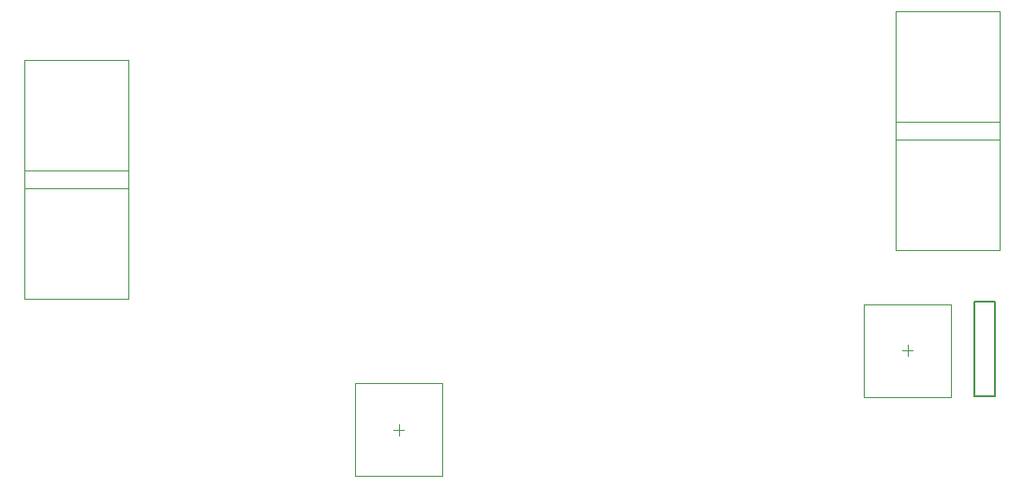
<source format=gbr>
%TF.GenerationSoftware,Altium Limited,Altium Designer,21.6.4 (81)*%
G04 Layer_Color=16711935*
%FSLAX43Y43*%
%MOMM*%
%TF.SameCoordinates,100B324C-8CEB-4A13-B8D1-7C84912F4746*%
%TF.FilePolarity,Positive*%
%TF.FileFunction,Other,Top_Courtyard*%
%TF.Part,Single*%
G01*
G75*
%TA.AperFunction,NonConductor*%
%ADD77C,0.200*%
%ADD154C,0.050*%
D77*
X87086Y8044D02*
Y16594D01*
X88986D01*
Y8044D02*
Y16594D01*
X87086Y8044D02*
X88986D01*
D154*
X31153Y819D02*
Y9219D01*
X39053D01*
Y819D02*
Y9219D01*
X31153Y819D02*
X39053D01*
X34603Y5019D02*
X35603D01*
X35103Y4519D02*
Y5519D01*
X81077Y11667D02*
Y12667D01*
X80577Y12167D02*
X81577D01*
X77127Y16367D02*
X85027D01*
X77127Y7967D02*
Y16367D01*
Y7967D02*
X85027D01*
Y16367D01*
X1300Y28471D02*
X10700D01*
X1300Y16871D02*
Y28471D01*
Y16871D02*
X10700D01*
Y28471D01*
X1300Y38475D02*
X10700D01*
X1300Y26875D02*
Y38475D01*
Y26875D02*
X10700D01*
Y38475D01*
X80034Y31197D02*
Y42797D01*
X89434D01*
Y31197D02*
Y42797D01*
X80034Y31197D02*
X89434D01*
X80034Y21215D02*
Y32815D01*
X89434D01*
Y21215D02*
Y32815D01*
X80034Y21215D02*
X89434D01*
%TF.MD5,d6d99054eb7e54575397c5ec620b382b*%
M02*

</source>
